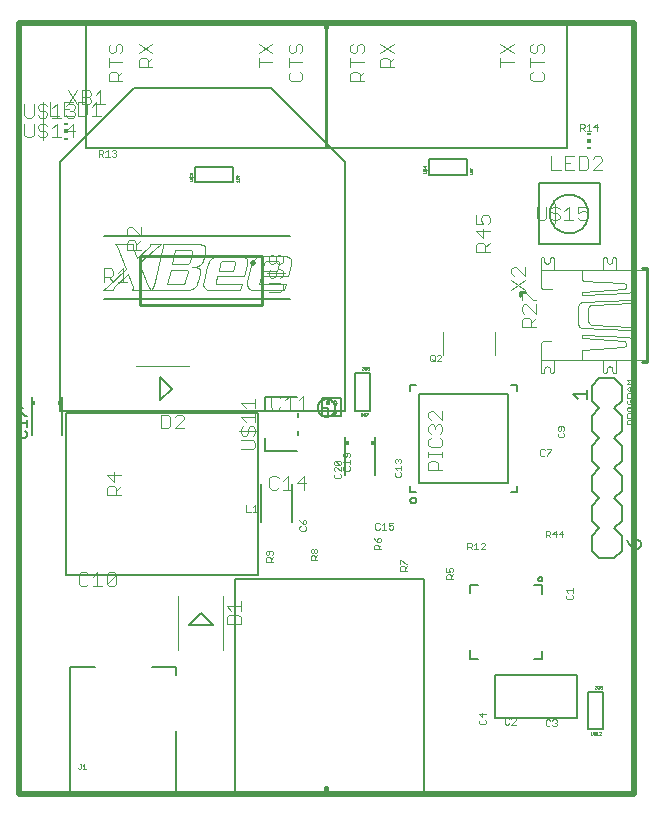
<source format=gto>
G75*
G70*
%OFA0B0*%
%FSLAX24Y24*%
%IPPOS*%
%LPD*%
%AMOC8*
5,1,8,0,0,1.08239X$1,22.5*
%
%ADD10C,0.0100*%
%ADD11C,0.0020*%
%ADD12C,0.0050*%
%ADD13C,0.0080*%
%ADD14C,0.0010*%
%ADD15C,0.0040*%
%ADD16C,0.0060*%
%ADD17R,0.0125X0.0126*%
%ADD18R,0.0125X0.0126*%
%ADD19C,0.0030*%
%ADD20C,0.0200*%
%ADD21C,0.0160*%
%ADD22R,0.0118X0.0059*%
%ADD23R,0.0118X0.0118*%
%ADD24C,0.0200*%
D10*
X004364Y017945D02*
X004364Y019579D01*
X008439Y019579D01*
X008439Y017945D01*
X004364Y017945D01*
X017041Y018252D02*
X017041Y018402D01*
X017201Y018402D01*
X021111Y019202D02*
X021281Y019202D01*
X021281Y016042D01*
X021101Y016042D01*
D11*
X020821Y015457D02*
X020601Y015457D01*
X020674Y015384D01*
X020601Y015311D01*
X020821Y015311D01*
X020821Y015236D02*
X020674Y015236D01*
X020601Y015163D01*
X020674Y015090D01*
X020821Y015090D01*
X020821Y015015D02*
X020748Y014942D01*
X020748Y014979D02*
X020748Y014869D01*
X020821Y014869D02*
X020601Y014869D01*
X020601Y014979D01*
X020638Y015015D01*
X020711Y015015D01*
X020748Y014979D01*
X020711Y015090D02*
X020711Y015236D01*
X020711Y014794D02*
X020711Y014721D01*
X020711Y014794D02*
X020785Y014794D01*
X020821Y014758D01*
X020821Y014684D01*
X020785Y014648D01*
X020638Y014648D01*
X020601Y014684D01*
X020601Y014758D01*
X020638Y014794D01*
X020638Y014573D02*
X020601Y014537D01*
X020601Y014463D01*
X020638Y014427D01*
X020785Y014427D01*
X020821Y014463D01*
X020821Y014537D01*
X020785Y014573D01*
X020638Y014573D01*
X020638Y014352D02*
X020711Y014352D01*
X020748Y014316D01*
X020748Y014206D01*
X020748Y014279D02*
X020821Y014352D01*
X020821Y014206D02*
X020601Y014206D01*
X020601Y014316D01*
X020638Y014352D01*
X020638Y014131D02*
X020711Y014131D01*
X020748Y014095D01*
X020748Y013985D01*
X020821Y013985D02*
X020601Y013985D01*
X020601Y014095D01*
X020638Y014131D01*
X018523Y013872D02*
X018523Y013798D01*
X018487Y013762D01*
X018487Y013687D02*
X018523Y013651D01*
X018523Y013577D01*
X018487Y013541D01*
X018340Y013541D01*
X018303Y013577D01*
X018303Y013651D01*
X018340Y013687D01*
X018340Y013762D02*
X018376Y013762D01*
X018413Y013798D01*
X018413Y013908D01*
X018340Y013908D02*
X018303Y013872D01*
X018303Y013798D01*
X018340Y013762D01*
X018340Y013908D02*
X018487Y013908D01*
X018523Y013872D01*
X018089Y013152D02*
X018089Y013115D01*
X017942Y012968D01*
X017942Y012932D01*
X017868Y012968D02*
X017831Y012932D01*
X017758Y012932D01*
X017721Y012968D01*
X017721Y013115D01*
X017758Y013152D01*
X017831Y013152D01*
X017868Y013115D01*
X017942Y013152D02*
X018089Y013152D01*
X018008Y010432D02*
X018045Y010395D01*
X018045Y010322D01*
X018008Y010285D01*
X017898Y010285D01*
X017898Y010212D02*
X017898Y010432D01*
X018008Y010432D01*
X017972Y010285D02*
X018045Y010212D01*
X018119Y010322D02*
X018229Y010432D01*
X018229Y010212D01*
X018266Y010322D02*
X018119Y010322D01*
X018340Y010322D02*
X018450Y010432D01*
X018450Y010212D01*
X018487Y010322D02*
X018340Y010322D01*
X018801Y008517D02*
X018801Y008371D01*
X018801Y008444D02*
X018581Y008444D01*
X018654Y008371D01*
X018618Y008296D02*
X018581Y008260D01*
X018581Y008186D01*
X018618Y008150D01*
X018765Y008150D01*
X018801Y008186D01*
X018801Y008260D01*
X018765Y008296D01*
X015877Y009812D02*
X015730Y009812D01*
X015877Y009958D01*
X015877Y009995D01*
X015840Y010032D01*
X015767Y010032D01*
X015730Y009995D01*
X015583Y010032D02*
X015583Y009812D01*
X015656Y009812D02*
X015509Y009812D01*
X015435Y009812D02*
X015362Y009885D01*
X015398Y009885D02*
X015288Y009885D01*
X015288Y009812D02*
X015288Y010032D01*
X015398Y010032D01*
X015435Y009995D01*
X015435Y009922D01*
X015398Y009885D01*
X015509Y009958D02*
X015583Y010032D01*
X014775Y009197D02*
X014811Y009161D01*
X014811Y009087D01*
X014775Y009051D01*
X014701Y009051D02*
X014664Y009124D01*
X014664Y009161D01*
X014701Y009197D01*
X014775Y009197D01*
X014701Y009051D02*
X014591Y009051D01*
X014591Y009197D01*
X014628Y008976D02*
X014701Y008976D01*
X014738Y008940D01*
X014738Y008830D01*
X014738Y008903D02*
X014811Y008976D01*
X014811Y008830D02*
X014591Y008830D01*
X014591Y008940D01*
X014628Y008976D01*
X013271Y009100D02*
X013051Y009100D01*
X013051Y009210D01*
X013088Y009246D01*
X013161Y009246D01*
X013198Y009210D01*
X013198Y009100D01*
X013198Y009173D02*
X013271Y009246D01*
X013271Y009321D02*
X013235Y009321D01*
X013088Y009467D01*
X013051Y009467D01*
X013051Y009321D01*
X012401Y009820D02*
X012181Y009820D01*
X012181Y009930D01*
X012218Y009966D01*
X012291Y009966D01*
X012328Y009930D01*
X012328Y009820D01*
X012328Y009893D02*
X012401Y009966D01*
X012365Y010041D02*
X012401Y010077D01*
X012401Y010151D01*
X012365Y010187D01*
X012328Y010187D01*
X012291Y010151D01*
X012291Y010041D01*
X012365Y010041D01*
X012291Y010041D02*
X012218Y010114D01*
X012181Y010187D01*
X012258Y010472D02*
X012331Y010472D01*
X012368Y010508D01*
X012442Y010472D02*
X012589Y010472D01*
X012516Y010472D02*
X012516Y010692D01*
X012442Y010618D01*
X012368Y010655D02*
X012331Y010692D01*
X012258Y010692D01*
X012221Y010655D01*
X012221Y010508D01*
X012258Y010472D01*
X012663Y010508D02*
X012700Y010472D01*
X012773Y010472D01*
X012810Y010508D01*
X012810Y010582D01*
X012773Y010618D01*
X012737Y010618D01*
X012663Y010582D01*
X012663Y010692D01*
X012810Y010692D01*
X012908Y012239D02*
X013055Y012239D01*
X013091Y012275D01*
X013091Y012349D01*
X013055Y012385D01*
X013091Y012460D02*
X013091Y012606D01*
X013091Y012533D02*
X012871Y012533D01*
X012944Y012460D01*
X012908Y012385D02*
X012871Y012349D01*
X012871Y012275D01*
X012908Y012239D01*
X012908Y012681D02*
X012871Y012717D01*
X012871Y012791D01*
X012908Y012827D01*
X012944Y012827D01*
X012981Y012791D01*
X013018Y012827D01*
X013055Y012827D01*
X013091Y012791D01*
X013091Y012717D01*
X013055Y012681D01*
X012981Y012754D02*
X012981Y012791D01*
X011371Y012806D02*
X011371Y012660D01*
X011371Y012733D02*
X011151Y012733D01*
X011224Y012660D01*
X011188Y012585D02*
X011151Y012549D01*
X011151Y012475D01*
X011188Y012439D01*
X011335Y012439D01*
X011371Y012475D01*
X011371Y012549D01*
X011335Y012585D01*
X011335Y012881D02*
X011371Y012917D01*
X011371Y012991D01*
X011335Y013027D01*
X011188Y013027D01*
X011151Y012991D01*
X011151Y012917D01*
X011188Y012881D01*
X011224Y012881D01*
X011261Y012917D01*
X011261Y013027D01*
X009875Y010807D02*
X009838Y010807D01*
X009801Y010771D01*
X009801Y010661D01*
X009875Y010661D01*
X009911Y010697D01*
X009911Y010771D01*
X009875Y010807D01*
X009801Y010661D02*
X009728Y010734D01*
X009691Y010807D01*
X009728Y010586D02*
X009691Y010550D01*
X009691Y010476D01*
X009728Y010440D01*
X009875Y010440D01*
X009911Y010476D01*
X009911Y010550D01*
X009875Y010586D01*
X010098Y009829D02*
X010134Y009829D01*
X010171Y009793D01*
X010171Y009719D01*
X010134Y009683D01*
X010098Y009683D01*
X010061Y009719D01*
X010061Y009793D01*
X010098Y009829D01*
X010171Y009793D02*
X010208Y009829D01*
X010245Y009829D01*
X010281Y009793D01*
X010281Y009719D01*
X010245Y009683D01*
X010208Y009683D01*
X010171Y009719D01*
X010171Y009608D02*
X010208Y009572D01*
X010208Y009462D01*
X010208Y009535D02*
X010281Y009608D01*
X010171Y009608D02*
X010098Y009608D01*
X010061Y009572D01*
X010061Y009462D01*
X010281Y009462D01*
X008801Y009400D02*
X008581Y009400D01*
X008581Y009510D01*
X008618Y009546D01*
X008691Y009546D01*
X008728Y009510D01*
X008728Y009400D01*
X008728Y009473D02*
X008801Y009546D01*
X008765Y009621D02*
X008801Y009657D01*
X008801Y009731D01*
X008765Y009767D01*
X008618Y009767D01*
X008581Y009731D01*
X008581Y009657D01*
X008618Y009621D01*
X008654Y009621D01*
X008691Y009657D01*
X008691Y009767D01*
X008282Y011065D02*
X008135Y011065D01*
X008209Y011065D02*
X008209Y011285D01*
X008135Y011211D01*
X008061Y011065D02*
X007914Y011065D01*
X007914Y011285D01*
X014049Y016118D02*
X014086Y016082D01*
X014159Y016082D01*
X014196Y016118D01*
X014196Y016265D01*
X014159Y016302D01*
X014086Y016302D01*
X014049Y016265D01*
X014049Y016118D01*
X014123Y016155D02*
X014196Y016082D01*
X014270Y016082D02*
X014417Y016228D01*
X014417Y016265D01*
X014380Y016302D01*
X014307Y016302D01*
X014270Y016265D01*
X014270Y016082D02*
X014417Y016082D01*
X019048Y023772D02*
X019048Y023992D01*
X019158Y023992D01*
X019195Y023955D01*
X019195Y023882D01*
X019158Y023845D01*
X019048Y023845D01*
X019122Y023845D02*
X019195Y023772D01*
X019269Y023772D02*
X019416Y023772D01*
X019343Y023772D02*
X019343Y023992D01*
X019269Y023918D01*
X019490Y023882D02*
X019600Y023992D01*
X019600Y023772D01*
X019637Y023882D02*
X019490Y023882D01*
X015791Y004357D02*
X015791Y004211D01*
X015681Y004321D01*
X015901Y004321D01*
X015865Y004136D02*
X015901Y004100D01*
X015901Y004026D01*
X015865Y003990D01*
X015718Y003990D01*
X015681Y004026D01*
X015681Y004100D01*
X015718Y004136D01*
X016531Y004155D02*
X016531Y004008D01*
X016568Y003972D01*
X016641Y003972D01*
X016678Y004008D01*
X016752Y003972D02*
X016899Y004118D01*
X016899Y004155D01*
X016862Y004192D01*
X016789Y004192D01*
X016752Y004155D01*
X016678Y004155D02*
X016641Y004192D01*
X016568Y004192D01*
X016531Y004155D01*
X016752Y003972D02*
X016899Y003972D01*
X017899Y003958D02*
X017936Y003922D01*
X018009Y003922D01*
X018046Y003958D01*
X018120Y003958D02*
X018157Y003922D01*
X018230Y003922D01*
X018267Y003958D01*
X018267Y003995D01*
X018230Y004032D01*
X018194Y004032D01*
X018230Y004032D02*
X018267Y004068D01*
X018267Y004105D01*
X018230Y004142D01*
X018157Y004142D01*
X018120Y004105D01*
X018046Y004105D02*
X018009Y004142D01*
X017936Y004142D01*
X017899Y004105D01*
X017899Y003958D01*
X003553Y022902D02*
X003480Y022902D01*
X003443Y022938D01*
X003369Y022902D02*
X003222Y022902D01*
X003296Y022902D02*
X003296Y023122D01*
X003222Y023048D01*
X003148Y023012D02*
X003111Y022975D01*
X003001Y022975D01*
X003001Y022902D02*
X003001Y023122D01*
X003111Y023122D01*
X003148Y023085D01*
X003148Y023012D01*
X003075Y022975D02*
X003148Y022902D01*
X003443Y023085D02*
X003480Y023122D01*
X003553Y023122D01*
X003590Y023085D01*
X003590Y023048D01*
X003553Y023012D01*
X003590Y022975D01*
X003590Y022938D01*
X003553Y022902D01*
X003553Y023012D02*
X003517Y023012D01*
D12*
X002561Y023192D02*
X002561Y027392D01*
X010561Y027392D01*
X010561Y023192D01*
X002561Y023192D01*
X006209Y022565D02*
X006209Y022054D01*
X007469Y022054D01*
X007469Y022565D01*
X006209Y022565D01*
X010621Y023192D02*
X010621Y027392D01*
X018621Y027392D01*
X018621Y023192D01*
X010621Y023192D01*
X013999Y022815D02*
X013999Y022304D01*
X015259Y022304D01*
X015259Y022815D01*
X013999Y022815D01*
X017675Y022038D02*
X017675Y019991D01*
X019703Y019991D01*
X019703Y022038D01*
X017675Y022038D01*
X018036Y020994D02*
X018038Y021044D01*
X018044Y021095D01*
X018054Y021144D01*
X018067Y021193D01*
X018085Y021240D01*
X018106Y021286D01*
X018131Y021330D01*
X018159Y021372D01*
X018190Y021412D01*
X018224Y021449D01*
X018261Y021483D01*
X018301Y021514D01*
X018343Y021542D01*
X018387Y021567D01*
X018433Y021588D01*
X018480Y021606D01*
X018529Y021619D01*
X018578Y021629D01*
X018629Y021635D01*
X018679Y021637D01*
X018729Y021635D01*
X018780Y021629D01*
X018829Y021619D01*
X018878Y021606D01*
X018925Y021588D01*
X018971Y021567D01*
X019015Y021542D01*
X019057Y021514D01*
X019097Y021483D01*
X019134Y021449D01*
X019168Y021412D01*
X019199Y021372D01*
X019227Y021330D01*
X019252Y021286D01*
X019273Y021240D01*
X019291Y021193D01*
X019304Y021144D01*
X019314Y021095D01*
X019320Y021044D01*
X019322Y020994D01*
X019320Y020944D01*
X019314Y020893D01*
X019304Y020844D01*
X019291Y020795D01*
X019273Y020748D01*
X019252Y020702D01*
X019227Y020658D01*
X019199Y020616D01*
X019168Y020576D01*
X019134Y020539D01*
X019097Y020505D01*
X019057Y020474D01*
X019015Y020446D01*
X018971Y020421D01*
X018925Y020400D01*
X018878Y020382D01*
X018829Y020369D01*
X018780Y020359D01*
X018729Y020353D01*
X018679Y020351D01*
X018629Y020353D01*
X018578Y020359D01*
X018529Y020369D01*
X018480Y020382D01*
X018433Y020400D01*
X018387Y020421D01*
X018343Y020446D01*
X018301Y020474D01*
X018261Y020505D01*
X018224Y020539D01*
X018190Y020576D01*
X018159Y020616D01*
X018131Y020658D01*
X018106Y020702D01*
X018085Y020748D01*
X018067Y020795D01*
X018054Y020844D01*
X018044Y020893D01*
X018038Y020944D01*
X018036Y020994D01*
X016931Y015280D02*
X016734Y015280D01*
X016931Y015280D02*
X016931Y015083D01*
X016636Y014984D02*
X016636Y012032D01*
X013683Y012032D01*
X013683Y014984D01*
X016636Y014984D01*
X018816Y014986D02*
X019266Y014986D01*
X019266Y014836D02*
X019266Y015136D01*
X018966Y014836D02*
X018816Y014986D01*
X020691Y014522D02*
X020841Y014522D01*
X020916Y010136D02*
X020841Y010061D01*
X020841Y009836D01*
X020991Y009836D01*
X021066Y009911D01*
X021066Y010061D01*
X020991Y010136D01*
X020916Y010136D01*
X020691Y009986D02*
X020841Y009836D01*
X020691Y009986D02*
X020616Y010136D01*
X020841Y008872D02*
X020841Y007872D01*
X018956Y005612D02*
X016200Y005612D01*
X016200Y004195D01*
X018956Y004195D01*
X018956Y005612D01*
X019297Y005069D02*
X019297Y003809D01*
X019809Y003809D01*
X019809Y005069D01*
X019297Y005069D01*
X017776Y006168D02*
X017776Y006424D01*
X017776Y006168D02*
X017501Y006168D01*
X016240Y005612D02*
X016200Y005612D01*
X015631Y006168D02*
X015375Y006168D01*
X015375Y006443D01*
X015375Y008353D02*
X015375Y008609D01*
X015650Y008609D01*
X013851Y008829D02*
X007551Y008829D01*
X007551Y001649D01*
X013851Y001649D01*
X013851Y008829D01*
X013851Y008830D02*
X007551Y008830D01*
X007551Y008829D02*
X007551Y001859D01*
X007581Y001649D02*
X013851Y001649D01*
X017776Y008333D02*
X017776Y008609D01*
X017520Y008609D01*
X017646Y008825D02*
X017648Y008841D01*
X017654Y008857D01*
X017663Y008871D01*
X017675Y008882D01*
X017689Y008890D01*
X017705Y008895D01*
X017721Y008896D01*
X017737Y008893D01*
X017752Y008886D01*
X017766Y008877D01*
X017776Y008864D01*
X017784Y008849D01*
X017788Y008833D01*
X017788Y008817D01*
X017784Y008801D01*
X017776Y008786D01*
X017766Y008773D01*
X017753Y008764D01*
X017737Y008757D01*
X017721Y008754D01*
X017705Y008755D01*
X017689Y008760D01*
X017675Y008768D01*
X017663Y008779D01*
X017654Y008793D01*
X017648Y008809D01*
X017646Y008825D01*
X016931Y011736D02*
X016734Y011736D01*
X016931Y011736D02*
X016931Y011933D01*
X013585Y011736D02*
X013388Y011736D01*
X013388Y011933D01*
X013388Y011441D02*
X013390Y011460D01*
X013395Y011479D01*
X013405Y011495D01*
X013417Y011510D01*
X013432Y011522D01*
X013448Y011532D01*
X013467Y011537D01*
X013486Y011539D01*
X013505Y011537D01*
X013524Y011532D01*
X013540Y011522D01*
X013555Y011510D01*
X013567Y011495D01*
X013577Y011479D01*
X013582Y011460D01*
X013584Y011441D01*
X013582Y011422D01*
X013577Y011403D01*
X013567Y011387D01*
X013555Y011372D01*
X013540Y011360D01*
X013524Y011350D01*
X013505Y011345D01*
X013486Y011343D01*
X013467Y011345D01*
X013448Y011350D01*
X013432Y011360D01*
X013417Y011372D01*
X013405Y011387D01*
X013395Y011403D01*
X013390Y011422D01*
X013388Y011441D01*
X012039Y014439D02*
X011527Y014439D01*
X011527Y015699D01*
X012039Y015699D01*
X012039Y014439D01*
X011081Y014251D02*
X010648Y014251D01*
X010648Y014527D01*
X010451Y014527D01*
X010451Y014842D01*
X011081Y014842D01*
X011081Y014251D01*
X011042Y014251D02*
X010648Y014251D01*
X010451Y014251D01*
X010451Y014527D01*
X010299Y014522D02*
X010301Y014556D01*
X010307Y014589D01*
X010317Y014622D01*
X010330Y014653D01*
X010347Y014682D01*
X010367Y014710D01*
X010391Y014734D01*
X010417Y014756D01*
X010445Y014775D01*
X010475Y014790D01*
X010507Y014802D01*
X010540Y014810D01*
X010574Y014814D01*
X010608Y014814D01*
X010642Y014810D01*
X010675Y014802D01*
X010707Y014790D01*
X010737Y014775D01*
X010765Y014756D01*
X010791Y014734D01*
X010815Y014710D01*
X010835Y014682D01*
X010852Y014653D01*
X010865Y014622D01*
X010875Y014589D01*
X010881Y014556D01*
X010883Y014522D01*
X010881Y014488D01*
X010875Y014455D01*
X010865Y014422D01*
X010852Y014391D01*
X010835Y014362D01*
X010815Y014334D01*
X010791Y014310D01*
X010765Y014288D01*
X010737Y014269D01*
X010707Y014254D01*
X010675Y014242D01*
X010642Y014234D01*
X010608Y014230D01*
X010574Y014230D01*
X010540Y014234D01*
X010507Y014242D01*
X010475Y014254D01*
X010445Y014269D01*
X010417Y014288D01*
X010391Y014310D01*
X010367Y014334D01*
X010347Y014362D01*
X010330Y014391D01*
X010317Y014422D01*
X010307Y014455D01*
X010301Y014488D01*
X010299Y014522D01*
X010617Y014641D02*
X010617Y014759D01*
X010676Y014759D01*
X010687Y014747D01*
X010687Y014712D01*
X010664Y014688D01*
X010687Y014664D01*
X010687Y014641D01*
X010829Y014664D02*
X010829Y014735D01*
X010853Y014759D01*
X010912Y014759D01*
X010924Y014676D02*
X010947Y014676D01*
X010924Y014676D02*
X010900Y014676D01*
X010924Y014676D02*
X010924Y014629D01*
X010888Y014641D02*
X010924Y014676D01*
X010888Y014641D02*
X010853Y014641D01*
X010829Y014664D01*
X010853Y014464D02*
X010900Y014464D01*
X010924Y014440D01*
X010865Y014381D01*
X010900Y014381D01*
X010924Y014357D01*
X010924Y014346D01*
X010888Y014310D01*
X010853Y014310D01*
X010853Y014464D01*
X008321Y014342D02*
X001921Y014342D01*
X001921Y008942D01*
X008321Y008942D01*
X008321Y014342D01*
X013388Y015083D02*
X013388Y015280D01*
X013585Y015280D01*
X000491Y014522D02*
X000391Y014522D01*
X000341Y008372D02*
X000341Y007872D01*
D13*
X002044Y005895D02*
X002870Y005895D01*
X002044Y005895D02*
X002044Y001683D01*
X005587Y001683D01*
X005587Y003769D01*
X005587Y005620D02*
X005587Y005895D01*
X004760Y005895D01*
X006008Y007286D02*
X006795Y007286D01*
X006401Y007688D01*
X006008Y007286D01*
X008419Y010722D02*
X008419Y011981D01*
X009443Y011981D02*
X009443Y010722D01*
X011201Y012297D02*
X011201Y013547D01*
X011225Y014417D02*
X001697Y014417D01*
X001697Y022714D01*
X004188Y025204D01*
X008735Y025204D01*
X011225Y022714D01*
X011225Y014417D01*
X012201Y013547D02*
X012201Y012297D01*
X005448Y015172D02*
X005045Y015565D01*
X005045Y014778D01*
X005448Y015172D01*
X001761Y014877D02*
X001761Y013627D01*
X000761Y013627D02*
X000761Y014877D01*
D14*
X006035Y022098D02*
X006110Y022098D01*
X006125Y022113D01*
X006125Y022143D01*
X006110Y022158D01*
X006035Y022158D01*
X006050Y022190D02*
X006035Y022205D01*
X006035Y022235D01*
X006050Y022250D01*
X006050Y022282D02*
X006035Y022297D01*
X006035Y022327D01*
X006050Y022342D01*
X006065Y022342D01*
X006080Y022327D01*
X006095Y022342D01*
X006110Y022342D01*
X006125Y022327D01*
X006125Y022297D01*
X006110Y022282D01*
X006110Y022250D02*
X006095Y022250D01*
X006080Y022235D01*
X006080Y022205D01*
X006065Y022190D01*
X006050Y022190D01*
X006020Y022220D02*
X006140Y022220D01*
X006125Y022205D02*
X006125Y022235D01*
X006110Y022250D01*
X006125Y022205D02*
X006110Y022190D01*
X006080Y022312D02*
X006080Y022327D01*
X007570Y022243D02*
X007660Y022243D01*
X007630Y022243D02*
X007600Y022288D01*
X007630Y022243D02*
X007660Y022288D01*
X007645Y022211D02*
X007660Y022196D01*
X007660Y022166D01*
X007645Y022151D01*
X007585Y022211D01*
X007645Y022211D01*
X007585Y022211D02*
X007570Y022196D01*
X007570Y022166D01*
X007585Y022151D01*
X007645Y022151D01*
X007660Y022119D02*
X007660Y022059D01*
X007660Y022089D02*
X007570Y022089D01*
X007600Y022059D01*
X011783Y015891D02*
X011813Y015891D01*
X011828Y015876D01*
X011828Y015861D01*
X011813Y015846D01*
X011828Y015831D01*
X011828Y015816D01*
X011813Y015801D01*
X011783Y015801D01*
X011768Y015816D01*
X011798Y015846D02*
X011813Y015846D01*
X011768Y015876D02*
X011783Y015891D01*
X011860Y015876D02*
X011875Y015891D01*
X011905Y015891D01*
X011920Y015876D01*
X011920Y015861D01*
X011905Y015846D01*
X011920Y015831D01*
X011920Y015816D01*
X011905Y015801D01*
X011875Y015801D01*
X011860Y015816D01*
X011890Y015846D02*
X011905Y015846D01*
X011952Y015876D02*
X011967Y015891D01*
X011997Y015891D01*
X012012Y015876D01*
X011952Y015816D01*
X011967Y015801D01*
X011997Y015801D01*
X012012Y015816D01*
X012012Y015876D01*
X011952Y015876D02*
X011952Y015816D01*
X011851Y014370D02*
X011851Y014250D01*
X011866Y014265D02*
X011881Y014280D01*
X011881Y014295D01*
X011866Y014310D01*
X011836Y014310D01*
X011821Y014325D01*
X011821Y014340D01*
X011836Y014355D01*
X011866Y014355D01*
X011881Y014340D01*
X011913Y014355D02*
X011973Y014355D01*
X011973Y014340D01*
X011913Y014280D01*
X011913Y014265D01*
X011866Y014265D02*
X011836Y014265D01*
X011821Y014280D01*
X011789Y014280D02*
X011789Y014355D01*
X011729Y014355D02*
X011729Y014280D01*
X011744Y014265D01*
X011774Y014265D01*
X011789Y014280D01*
X013825Y022348D02*
X013900Y022348D01*
X013915Y022363D01*
X013915Y022393D01*
X013900Y022408D01*
X013825Y022408D01*
X013840Y022440D02*
X013825Y022455D01*
X013825Y022485D01*
X013840Y022500D01*
X013870Y022485D02*
X013870Y022455D01*
X013855Y022440D01*
X013840Y022440D01*
X013810Y022470D02*
X013930Y022470D01*
X013915Y022485D02*
X013900Y022500D01*
X013885Y022500D01*
X013870Y022485D01*
X013915Y022485D02*
X013915Y022455D01*
X013900Y022440D01*
X013870Y022532D02*
X013870Y022592D01*
X013915Y022577D02*
X013825Y022577D01*
X013870Y022532D01*
X015360Y022493D02*
X015450Y022493D01*
X015420Y022493D02*
X015390Y022538D01*
X015420Y022493D02*
X015450Y022538D01*
X015435Y022461D02*
X015450Y022446D01*
X015450Y022416D01*
X015435Y022401D01*
X015375Y022461D01*
X015435Y022461D01*
X015375Y022461D02*
X015360Y022446D01*
X015360Y022416D01*
X015375Y022401D01*
X015435Y022401D01*
X015450Y022369D02*
X015450Y022309D01*
X015450Y022339D02*
X015360Y022339D01*
X015390Y022309D01*
X019553Y005261D02*
X019583Y005261D01*
X019598Y005246D01*
X019598Y005231D01*
X019583Y005216D01*
X019598Y005201D01*
X019598Y005186D01*
X019583Y005171D01*
X019553Y005171D01*
X019538Y005186D01*
X019568Y005216D02*
X019583Y005216D01*
X019538Y005246D02*
X019553Y005261D01*
X019630Y005246D02*
X019645Y005261D01*
X019675Y005261D01*
X019690Y005246D01*
X019690Y005231D01*
X019675Y005216D01*
X019690Y005201D01*
X019690Y005186D01*
X019675Y005171D01*
X019645Y005171D01*
X019630Y005186D01*
X019660Y005216D02*
X019675Y005216D01*
X019722Y005246D02*
X019737Y005261D01*
X019767Y005261D01*
X019782Y005246D01*
X019722Y005186D01*
X019737Y005171D01*
X019767Y005171D01*
X019782Y005186D01*
X019782Y005246D01*
X019722Y005246D02*
X019722Y005186D01*
X019529Y003740D02*
X019529Y003620D01*
X019544Y003635D02*
X019559Y003650D01*
X019559Y003665D01*
X019544Y003680D01*
X019514Y003680D01*
X019499Y003695D01*
X019499Y003710D01*
X019514Y003725D01*
X019544Y003725D01*
X019559Y003710D01*
X019591Y003695D02*
X019621Y003725D01*
X019621Y003635D01*
X019591Y003635D02*
X019651Y003635D01*
X019683Y003635D02*
X019743Y003695D01*
X019743Y003710D01*
X019728Y003725D01*
X019698Y003725D01*
X019683Y003710D01*
X019683Y003635D02*
X019743Y003635D01*
X019544Y003635D02*
X019514Y003635D01*
X019499Y003650D01*
X019467Y003650D02*
X019467Y003725D01*
X019407Y003725D02*
X019407Y003650D01*
X019422Y003635D01*
X019452Y003635D01*
X019467Y003650D01*
X002568Y002507D02*
X002468Y002507D01*
X002518Y002507D02*
X002518Y002657D01*
X002468Y002607D01*
X002420Y002657D02*
X002370Y002657D01*
X002395Y002657D02*
X002395Y002532D01*
X002370Y002507D01*
X002345Y002507D01*
X002320Y002532D01*
D15*
X005651Y006472D02*
X005651Y008252D01*
X007151Y008252D02*
X007151Y006472D01*
X007271Y007311D02*
X007271Y007541D01*
X007348Y007618D01*
X007655Y007618D01*
X007731Y007541D01*
X007731Y007311D01*
X007271Y007311D01*
X007424Y007771D02*
X007271Y007925D01*
X007731Y007925D01*
X007731Y008078D02*
X007731Y007771D01*
X008765Y011798D02*
X008918Y011798D01*
X008995Y011875D01*
X009148Y011798D02*
X009455Y011798D01*
X009302Y011798D02*
X009302Y012258D01*
X009148Y012105D01*
X008995Y012181D02*
X008918Y012258D01*
X008765Y012258D01*
X008688Y012181D01*
X008688Y011875D01*
X008765Y011798D01*
X009609Y012028D02*
X009915Y012028D01*
X009839Y011798D02*
X009839Y012258D01*
X009609Y012028D01*
X008205Y013220D02*
X008205Y013374D01*
X008128Y013450D01*
X007744Y013450D01*
X007821Y013604D02*
X007744Y013681D01*
X007744Y013834D01*
X007821Y013911D01*
X007898Y014064D02*
X007744Y014218D01*
X008205Y014218D01*
X008205Y014371D02*
X008205Y014064D01*
X008128Y013911D02*
X008205Y013834D01*
X008205Y013681D01*
X008128Y013604D01*
X007975Y013681D02*
X007898Y013604D01*
X007821Y013604D01*
X007975Y013681D02*
X007975Y013834D01*
X008051Y013911D01*
X008128Y013911D01*
X008281Y013757D02*
X007668Y013757D01*
X007744Y013143D02*
X008128Y013143D01*
X008205Y013220D01*
X008205Y014525D02*
X008205Y014831D01*
X008205Y014678D02*
X007744Y014678D01*
X007898Y014525D01*
X008748Y014545D02*
X008825Y014468D01*
X008978Y014468D01*
X009055Y014545D01*
X009208Y014468D02*
X009515Y014468D01*
X009362Y014468D02*
X009362Y014928D01*
X009208Y014775D01*
X009055Y014851D02*
X008978Y014928D01*
X008825Y014928D01*
X008748Y014851D01*
X008748Y014545D01*
X009669Y014468D02*
X009975Y014468D01*
X009822Y014468D02*
X009822Y014928D01*
X009669Y014775D01*
X009055Y018400D02*
X008671Y018400D01*
X008671Y018707D02*
X009055Y018707D01*
X009131Y018631D01*
X009131Y018477D01*
X009055Y018400D01*
X009164Y018468D02*
X009241Y018655D01*
X009169Y018644D01*
X008380Y018644D01*
X008358Y018660D01*
X008353Y018698D01*
X008364Y018731D01*
X008407Y018918D01*
X009306Y018918D01*
X009400Y019296D01*
X009400Y019488D01*
X009378Y019510D01*
X009306Y019565D01*
X009246Y019587D01*
X008385Y019587D01*
X008353Y019581D01*
X008287Y019559D01*
X008199Y019504D01*
X008150Y019433D01*
X008084Y019301D01*
X008068Y019241D01*
X007958Y018753D01*
X007947Y018666D01*
X007947Y018611D01*
X007963Y018550D01*
X007991Y018512D01*
X008035Y018479D01*
X008078Y018468D01*
X009164Y018468D01*
X009055Y018861D02*
X009131Y018937D01*
X009131Y019091D01*
X009055Y019168D01*
X008978Y019168D01*
X008901Y019091D01*
X008901Y018937D01*
X008824Y018861D01*
X008748Y018861D01*
X008671Y018937D01*
X008671Y019091D01*
X008748Y019168D01*
X008748Y019321D02*
X008824Y019321D01*
X008901Y019398D01*
X008901Y019551D01*
X008978Y019628D01*
X009055Y019628D01*
X009131Y019551D01*
X009131Y019398D01*
X009055Y019321D01*
X008978Y019321D01*
X008901Y019398D01*
X008956Y019417D02*
X008978Y019411D01*
X008994Y019395D01*
X008994Y019323D01*
X008934Y019088D01*
X008462Y019088D01*
X008457Y019093D01*
X008495Y019318D01*
X008512Y019362D01*
X008534Y019400D01*
X008566Y019417D01*
X008956Y019417D01*
X008901Y019551D02*
X008824Y019628D01*
X008748Y019628D01*
X008671Y019551D01*
X008671Y019398D01*
X008748Y019321D01*
X008594Y019014D02*
X009208Y019014D01*
X007941Y019296D02*
X007848Y018918D01*
X006949Y018918D01*
X006905Y018731D01*
X006894Y018698D01*
X006900Y018660D01*
X006922Y018644D01*
X007711Y018644D01*
X007782Y018655D01*
X007706Y018468D01*
X006620Y018468D01*
X006576Y018479D01*
X006532Y018512D01*
X006505Y018550D01*
X006489Y018611D01*
X006489Y018666D01*
X006500Y018753D01*
X006609Y019241D01*
X006626Y019301D01*
X006691Y019433D01*
X006741Y019504D01*
X006829Y019559D01*
X006894Y019581D01*
X006927Y019587D01*
X007788Y019587D01*
X007848Y019565D01*
X007920Y019510D01*
X007941Y019488D01*
X007941Y019296D01*
X007536Y019323D02*
X007475Y019088D01*
X007004Y019088D01*
X006999Y019093D01*
X007037Y019318D01*
X007053Y019362D01*
X007075Y019400D01*
X007108Y019417D01*
X007497Y019417D01*
X007519Y019411D01*
X007536Y019395D01*
X007536Y019323D01*
X006532Y019691D02*
X006467Y019417D01*
X006445Y019362D01*
X006363Y019280D01*
X006297Y019252D01*
X006209Y019230D01*
X006099Y019230D01*
X006258Y019208D01*
X006374Y019154D01*
X006379Y019143D01*
X006379Y018994D01*
X006319Y018753D01*
X006280Y018693D01*
X006269Y018627D01*
X006187Y018534D01*
X006121Y018501D01*
X006017Y018468D01*
X004115Y018468D01*
X004148Y018529D01*
X004148Y018567D01*
X003972Y019000D01*
X003517Y018556D01*
X003468Y018468D01*
X003144Y018468D01*
X003281Y018567D01*
X003917Y019164D01*
X003605Y019926D01*
X003545Y019987D01*
X004148Y019987D01*
X004148Y019954D01*
X004131Y019921D01*
X004148Y019894D01*
X004148Y019866D01*
X004285Y019521D01*
X004674Y019905D01*
X004696Y019932D01*
X004712Y019965D01*
X004718Y019987D01*
X005063Y019987D01*
X004992Y019937D01*
X004937Y019899D01*
X004860Y019833D01*
X004345Y019351D01*
X004652Y018594D01*
X004740Y018474D01*
X004756Y018474D01*
X004789Y018507D01*
X004833Y018638D01*
X004899Y018885D01*
X004976Y019197D01*
X005118Y019778D01*
X005140Y019877D01*
X005140Y019987D01*
X006384Y019987D01*
X006450Y019970D01*
X006494Y019943D01*
X006527Y019883D01*
X006549Y019828D01*
X006549Y019735D01*
X006532Y019691D01*
X006116Y019685D02*
X006039Y019395D01*
X006023Y019356D01*
X005990Y019334D01*
X005442Y019334D01*
X005557Y019800D01*
X006061Y019800D01*
X006110Y019773D01*
X006116Y019685D01*
X005902Y019137D02*
X005946Y019121D01*
X005973Y019082D01*
X005973Y019066D01*
X005891Y018742D01*
X005869Y018709D01*
X005831Y018666D01*
X005809Y018655D01*
X005277Y018655D01*
X005403Y019137D01*
X005902Y019137D01*
X004401Y019801D02*
X003941Y019801D01*
X003941Y020031D01*
X004018Y020108D01*
X004171Y020108D01*
X004248Y020031D01*
X004248Y019801D01*
X004248Y019954D02*
X004401Y020108D01*
X004401Y020261D02*
X004094Y020568D01*
X004018Y020568D01*
X003941Y020491D01*
X003941Y020338D01*
X004018Y020261D01*
X004401Y020261D02*
X004401Y020568D01*
X003795Y019182D02*
X003795Y018722D01*
X003642Y018722D02*
X003949Y018722D01*
X003642Y019028D02*
X003795Y019182D01*
X003488Y019105D02*
X003488Y018952D01*
X003411Y018875D01*
X003181Y018875D01*
X003181Y018722D02*
X003181Y019182D01*
X003411Y019182D01*
X003488Y019105D01*
X003335Y018875D02*
X003488Y018722D01*
X004231Y015922D02*
X006011Y015922D01*
X006011Y014422D02*
X004231Y014422D01*
X005071Y014302D02*
X005071Y013842D01*
X005301Y013842D01*
X005377Y013918D01*
X005377Y014225D01*
X005301Y014302D01*
X005071Y014302D01*
X005531Y014225D02*
X005608Y014302D01*
X005761Y014302D01*
X005838Y014225D01*
X005838Y014148D01*
X005531Y013842D01*
X005838Y013842D01*
X003741Y012301D02*
X003281Y012301D01*
X003511Y012071D01*
X003511Y012378D01*
X003511Y011918D02*
X003358Y011918D01*
X003281Y011841D01*
X003281Y011611D01*
X003741Y011611D01*
X003588Y011611D02*
X003588Y011841D01*
X003511Y011918D01*
X003588Y011764D02*
X003741Y011918D01*
X003495Y009047D02*
X003342Y009047D01*
X003265Y008971D01*
X003265Y008664D01*
X003572Y008971D01*
X003572Y008664D01*
X003495Y008587D01*
X003342Y008587D01*
X003265Y008664D01*
X003111Y008587D02*
X002805Y008587D01*
X002958Y008587D02*
X002958Y009047D01*
X002805Y008894D01*
X002651Y008971D02*
X002574Y009047D01*
X002421Y009047D01*
X002344Y008971D01*
X002344Y008664D01*
X002421Y008587D01*
X002574Y008587D01*
X002651Y008664D01*
X003495Y009047D02*
X003572Y008971D01*
X013990Y012445D02*
X013990Y012675D01*
X014067Y012752D01*
X014220Y012752D01*
X014297Y012675D01*
X014297Y012445D01*
X014451Y012445D02*
X013990Y012445D01*
X013990Y012906D02*
X013990Y013059D01*
X013990Y012982D02*
X014451Y012982D01*
X014451Y012906D02*
X014451Y013059D01*
X014374Y013213D02*
X014451Y013289D01*
X014451Y013443D01*
X014374Y013519D01*
X014374Y013673D02*
X014451Y013750D01*
X014451Y013903D01*
X014374Y013980D01*
X014297Y013980D01*
X014220Y013903D01*
X014220Y013826D01*
X014220Y013903D02*
X014144Y013980D01*
X014067Y013980D01*
X013990Y013903D01*
X013990Y013750D01*
X014067Y013673D01*
X014067Y013519D02*
X013990Y013443D01*
X013990Y013289D01*
X014067Y013213D01*
X014374Y013213D01*
X014451Y014133D02*
X014144Y014440D01*
X014067Y014440D01*
X013990Y014363D01*
X013990Y014210D01*
X014067Y014133D01*
X014451Y014133D02*
X014451Y014440D01*
X014475Y016298D02*
X014475Y017046D01*
X016207Y017046D02*
X016207Y016298D01*
X017101Y017210D02*
X017101Y017441D01*
X017178Y017517D01*
X017331Y017517D01*
X017408Y017441D01*
X017408Y017210D01*
X017561Y017210D02*
X017101Y017210D01*
X017408Y017364D02*
X017561Y017517D01*
X017561Y017671D02*
X017254Y017978D01*
X017178Y017978D01*
X017101Y017901D01*
X017101Y017747D01*
X017178Y017671D01*
X017101Y018131D02*
X017101Y018438D01*
X017178Y018438D01*
X017485Y018131D01*
X017561Y018131D01*
X017561Y017978D02*
X017561Y017671D01*
X017211Y018471D02*
X016751Y018778D01*
X016828Y018931D02*
X016751Y019008D01*
X016751Y019161D01*
X016828Y019238D01*
X016904Y019238D01*
X017211Y018931D01*
X017211Y019238D01*
X017211Y018778D02*
X016751Y018471D01*
X017727Y018618D02*
X017727Y019120D01*
X017727Y019490D01*
X017726Y019490D02*
X017727Y019503D01*
X017732Y019516D01*
X017739Y019528D01*
X017749Y019538D01*
X017761Y019545D01*
X017774Y019550D01*
X017787Y019551D01*
X017788Y019551D02*
X017788Y019551D01*
X017788Y019550D02*
X017803Y019548D01*
X017817Y019543D01*
X017829Y019536D01*
X017840Y019525D01*
X017847Y019513D01*
X017852Y019499D01*
X017854Y019484D01*
X017854Y019424D01*
X017856Y019407D01*
X017861Y019390D01*
X017869Y019375D01*
X017880Y019362D01*
X017893Y019351D01*
X017908Y019343D01*
X017925Y019338D01*
X017942Y019336D01*
X017942Y019335D02*
X017953Y019335D01*
X017953Y019336D02*
X017970Y019338D01*
X017987Y019343D01*
X018002Y019351D01*
X018015Y019362D01*
X018026Y019375D01*
X018034Y019390D01*
X018039Y019407D01*
X018041Y019424D01*
X018041Y019490D01*
X018043Y019504D01*
X018047Y019516D01*
X018054Y019528D01*
X018064Y019538D01*
X018076Y019545D01*
X018088Y019549D01*
X018102Y019551D01*
X018102Y019550D02*
X018117Y019548D01*
X018131Y019543D01*
X018143Y019536D01*
X018154Y019525D01*
X018161Y019513D01*
X018166Y019499D01*
X018168Y019484D01*
X018168Y019142D01*
X017727Y019120D02*
X019808Y019120D01*
X019808Y019490D01*
X019809Y019503D01*
X019814Y019516D01*
X019821Y019527D01*
X019831Y019537D01*
X019842Y019544D01*
X019855Y019549D01*
X019868Y019550D01*
X019868Y019551D02*
X019868Y019551D01*
X019868Y019550D02*
X019883Y019548D01*
X019897Y019543D01*
X019909Y019536D01*
X019920Y019525D01*
X019927Y019513D01*
X019932Y019499D01*
X019934Y019484D01*
X019935Y019484D02*
X019935Y019424D01*
X019937Y019407D01*
X019942Y019390D01*
X019950Y019375D01*
X019961Y019362D01*
X019974Y019351D01*
X019989Y019343D01*
X020006Y019338D01*
X020023Y019336D01*
X020023Y019335D02*
X020034Y019335D01*
X020034Y019336D02*
X020051Y019338D01*
X020068Y019343D01*
X020083Y019351D01*
X020096Y019362D01*
X020107Y019375D01*
X020115Y019390D01*
X020120Y019407D01*
X020122Y019424D01*
X020122Y019490D01*
X020124Y019504D01*
X020128Y019516D01*
X020135Y019528D01*
X020145Y019538D01*
X020157Y019545D01*
X020169Y019549D01*
X020183Y019551D01*
X020183Y019550D02*
X020198Y019548D01*
X020212Y019543D01*
X020224Y019536D01*
X020235Y019525D01*
X020242Y019513D01*
X020247Y019499D01*
X020249Y019484D01*
X020249Y019142D01*
X019808Y019120D02*
X021232Y019120D01*
X021232Y016123D01*
X017727Y016123D01*
X017727Y016620D01*
X017729Y016642D01*
X017734Y016664D01*
X017743Y016685D01*
X017754Y016704D01*
X017769Y016721D01*
X017786Y016736D01*
X017805Y016747D01*
X017826Y016756D01*
X017848Y016761D01*
X017870Y016763D01*
X018080Y016763D01*
X018168Y016123D02*
X018168Y015753D01*
X018169Y015753D02*
X018167Y015740D01*
X018163Y015727D01*
X018156Y015715D01*
X018146Y015705D01*
X018134Y015698D01*
X018121Y015693D01*
X018108Y015692D01*
X018108Y015693D02*
X018108Y015693D01*
X018093Y015695D01*
X018079Y015700D01*
X018067Y015707D01*
X018056Y015718D01*
X018049Y015730D01*
X018044Y015744D01*
X018042Y015759D01*
X018041Y015759D02*
X018041Y015820D01*
X018039Y015837D01*
X018034Y015854D01*
X018026Y015869D01*
X018015Y015882D01*
X018002Y015893D01*
X017987Y015901D01*
X017970Y015906D01*
X017953Y015908D01*
X017942Y015908D01*
X017925Y015906D01*
X017908Y015901D01*
X017893Y015893D01*
X017880Y015882D01*
X017869Y015869D01*
X017861Y015854D01*
X017856Y015837D01*
X017854Y015820D01*
X017854Y015753D01*
X017852Y015739D01*
X017848Y015727D01*
X017841Y015715D01*
X017831Y015705D01*
X017819Y015698D01*
X017807Y015694D01*
X017793Y015692D01*
X017793Y015693D02*
X017778Y015695D01*
X017764Y015700D01*
X017752Y015707D01*
X017741Y015718D01*
X017734Y015730D01*
X017729Y015744D01*
X017727Y015759D01*
X017727Y016129D01*
X019101Y016145D02*
X019101Y016421D01*
X019101Y016422D02*
X019102Y016434D01*
X019106Y016445D01*
X019113Y016455D01*
X019122Y016463D01*
X019133Y016469D01*
X019145Y016471D01*
X020487Y016559D01*
X020505Y016561D01*
X020523Y016566D01*
X020539Y016575D01*
X020554Y016587D01*
X020566Y016601D01*
X020575Y016617D01*
X020581Y016635D01*
X020583Y016653D01*
X020582Y016672D01*
X020577Y016690D01*
X020569Y016706D01*
X020558Y016721D01*
X020544Y016734D01*
X020528Y016743D01*
X020511Y016750D01*
X020492Y016753D01*
X020492Y016752D02*
X019156Y016841D01*
X019142Y016843D01*
X019130Y016849D01*
X019118Y016858D01*
X019110Y016868D01*
X019104Y016881D01*
X019101Y016895D01*
X019102Y016909D01*
X019106Y016922D01*
X019113Y016934D01*
X019123Y016944D01*
X019134Y016952D01*
X019148Y016956D01*
X019162Y016957D01*
X020608Y016890D01*
X020624Y016890D01*
X020625Y016890D02*
X020647Y016888D01*
X020668Y016883D01*
X020688Y016875D01*
X020706Y016864D01*
X020723Y016850D01*
X020737Y016833D01*
X020748Y016815D01*
X020756Y016795D01*
X020761Y016774D01*
X020763Y016752D01*
X020762Y016752D02*
X020762Y016145D01*
X020249Y016123D02*
X020249Y015753D01*
X020248Y015740D01*
X020243Y015727D01*
X020236Y015716D01*
X020226Y015706D01*
X020215Y015699D01*
X020202Y015694D01*
X020189Y015693D01*
X020188Y015693D02*
X020188Y015693D01*
X020173Y015695D01*
X020159Y015700D01*
X020147Y015707D01*
X020136Y015718D01*
X020129Y015730D01*
X020124Y015744D01*
X020122Y015759D01*
X020122Y015820D01*
X020120Y015837D01*
X020115Y015854D01*
X020107Y015869D01*
X020096Y015882D01*
X020083Y015893D01*
X020068Y015901D01*
X020051Y015906D01*
X020034Y015908D01*
X020023Y015908D01*
X020006Y015906D01*
X019989Y015901D01*
X019974Y015893D01*
X019961Y015882D01*
X019950Y015869D01*
X019942Y015854D01*
X019937Y015837D01*
X019935Y015820D01*
X019935Y015753D01*
X019933Y015739D01*
X019929Y015727D01*
X019922Y015715D01*
X019912Y015705D01*
X019900Y015698D01*
X019888Y015694D01*
X019874Y015692D01*
X019874Y015693D02*
X019859Y015695D01*
X019845Y015700D01*
X019833Y015707D01*
X019822Y015718D01*
X019815Y015730D01*
X019810Y015744D01*
X019808Y015759D01*
X019808Y016101D01*
X019482Y017282D02*
X020707Y017216D01*
X020708Y017217D02*
X020721Y017214D01*
X020734Y017208D01*
X020744Y017199D01*
X020752Y017188D01*
X020757Y017175D01*
X020758Y017161D01*
X020755Y017148D01*
X020749Y017135D01*
X020740Y017125D01*
X020729Y017117D01*
X020716Y017112D01*
X020702Y017111D01*
X019118Y017194D01*
X019118Y017193D02*
X019097Y017195D01*
X019077Y017200D01*
X019058Y017208D01*
X019040Y017218D01*
X019024Y017232D01*
X019010Y017248D01*
X019000Y017266D01*
X018992Y017285D01*
X018987Y017305D01*
X018985Y017326D01*
X018985Y017906D01*
X018987Y017929D01*
X018992Y017950D01*
X019001Y017971D01*
X019013Y017991D01*
X019027Y018008D01*
X019044Y018022D01*
X019064Y018034D01*
X019085Y018043D01*
X019106Y018048D01*
X019129Y018050D01*
X019129Y018049D02*
X020702Y018132D01*
X020715Y018130D01*
X020728Y018124D01*
X020739Y018115D01*
X020747Y018104D01*
X020752Y018091D01*
X020754Y018077D01*
X020752Y018063D01*
X020747Y018050D01*
X020739Y018039D01*
X020728Y018030D01*
X020715Y018024D01*
X020702Y018022D01*
X019504Y017967D01*
X019476Y017967D01*
X019452Y017965D01*
X019429Y017960D01*
X019407Y017952D01*
X019386Y017941D01*
X019367Y017926D01*
X019351Y017910D01*
X019336Y017891D01*
X019325Y017870D01*
X019317Y017848D01*
X019312Y017825D01*
X019310Y017801D01*
X019311Y017801D02*
X019311Y017453D01*
X019313Y017429D01*
X019318Y017405D01*
X019326Y017382D01*
X019338Y017361D01*
X019353Y017341D01*
X019370Y017324D01*
X019390Y017309D01*
X019411Y017297D01*
X019434Y017289D01*
X019458Y017284D01*
X019482Y017282D01*
X019162Y018287D02*
X020608Y018353D01*
X020624Y018353D01*
X020646Y018355D01*
X020667Y018360D01*
X020687Y018368D01*
X020705Y018379D01*
X020722Y018393D01*
X020736Y018410D01*
X020747Y018428D01*
X020755Y018448D01*
X020760Y018469D01*
X020762Y018491D01*
X020762Y019098D01*
X020486Y018684D02*
X019145Y018772D01*
X019145Y018773D02*
X019133Y018775D01*
X019122Y018781D01*
X019113Y018789D01*
X019106Y018799D01*
X019102Y018810D01*
X019101Y018822D01*
X019101Y019098D01*
X019156Y018403D02*
X020492Y018491D01*
X020492Y018490D02*
X020511Y018493D01*
X020528Y018500D01*
X020544Y018509D01*
X020558Y018522D01*
X020569Y018537D01*
X020577Y018553D01*
X020582Y018571D01*
X020583Y018590D01*
X020581Y018608D01*
X020575Y018626D01*
X020566Y018642D01*
X020554Y018656D01*
X020539Y018668D01*
X020523Y018677D01*
X020505Y018682D01*
X020487Y018684D01*
X019156Y018403D02*
X019142Y018401D01*
X019130Y018395D01*
X019118Y018386D01*
X019110Y018376D01*
X019104Y018363D01*
X019101Y018349D01*
X019102Y018335D01*
X019106Y018322D01*
X019113Y018310D01*
X019123Y018300D01*
X019134Y018292D01*
X019148Y018288D01*
X019162Y018287D01*
X018097Y018480D02*
X017865Y018480D01*
X017843Y018482D01*
X017822Y018487D01*
X017802Y018495D01*
X017784Y018506D01*
X017767Y018520D01*
X017753Y018537D01*
X017742Y018555D01*
X017734Y018575D01*
X017729Y018596D01*
X017727Y018618D01*
X018210Y020702D02*
X018210Y021315D01*
X018134Y021239D02*
X018287Y021239D01*
X018364Y021162D01*
X018517Y021085D02*
X018671Y021239D01*
X018671Y020778D01*
X018824Y020778D02*
X018517Y020778D01*
X018364Y020855D02*
X018364Y020932D01*
X018287Y021008D01*
X018134Y021008D01*
X018057Y021085D01*
X018057Y021162D01*
X018134Y021239D01*
X017904Y021239D02*
X017904Y020855D01*
X017827Y020778D01*
X017673Y020778D01*
X017597Y020855D01*
X017597Y021239D01*
X018057Y020855D02*
X018134Y020778D01*
X018287Y020778D01*
X018364Y020855D01*
X018978Y020855D02*
X019054Y020778D01*
X019208Y020778D01*
X019285Y020855D01*
X019285Y021008D01*
X019208Y021085D01*
X019131Y021085D01*
X018978Y021008D01*
X018978Y021239D01*
X019285Y021239D01*
X019241Y022452D02*
X019010Y022452D01*
X019010Y022912D01*
X019241Y022912D01*
X019317Y022835D01*
X019317Y022528D01*
X019241Y022452D01*
X019471Y022452D02*
X019778Y022758D01*
X019778Y022835D01*
X019701Y022912D01*
X019547Y022912D01*
X019471Y022835D01*
X019471Y022452D02*
X019778Y022452D01*
X018857Y022452D02*
X018550Y022452D01*
X018550Y022912D01*
X018857Y022912D01*
X018704Y022682D02*
X018550Y022682D01*
X018397Y022452D02*
X018090Y022452D01*
X018090Y022912D01*
X017775Y025430D02*
X017468Y025430D01*
X017391Y025507D01*
X017391Y025661D01*
X017468Y025737D01*
X017391Y025891D02*
X017391Y026198D01*
X017391Y026044D02*
X017851Y026044D01*
X017775Y025737D02*
X017851Y025661D01*
X017851Y025507D01*
X017775Y025430D01*
X017775Y026351D02*
X017851Y026428D01*
X017851Y026581D01*
X017775Y026658D01*
X017698Y026658D01*
X017621Y026581D01*
X017621Y026428D01*
X017544Y026351D01*
X017468Y026351D01*
X017391Y026428D01*
X017391Y026581D01*
X017468Y026658D01*
X016851Y026658D02*
X016391Y026351D01*
X016391Y026198D02*
X016391Y025891D01*
X016391Y026044D02*
X016851Y026044D01*
X016851Y026351D02*
X016391Y026658D01*
X012851Y026658D02*
X012391Y026351D01*
X012468Y026198D02*
X012621Y026198D01*
X012698Y026121D01*
X012698Y025891D01*
X012698Y026044D02*
X012851Y026198D01*
X012851Y026351D02*
X012391Y026658D01*
X012468Y026198D02*
X012391Y026121D01*
X012391Y025891D01*
X012851Y025891D01*
X011851Y026044D02*
X011391Y026044D01*
X011851Y026044D01*
X011851Y025737D02*
X011698Y025584D01*
X011851Y025737D01*
X011698Y025661D02*
X011698Y025430D01*
X011698Y025661D01*
X011621Y025737D01*
X011468Y025737D01*
X011391Y025661D01*
X011391Y025430D01*
X011851Y025430D01*
X011391Y025430D01*
X011391Y025661D01*
X011468Y025737D01*
X011621Y025737D01*
X011698Y025661D01*
X011391Y025891D02*
X011391Y026198D01*
X011391Y025891D01*
X011468Y026351D02*
X011391Y026428D01*
X011391Y026581D01*
X011468Y026658D01*
X011391Y026581D01*
X011391Y026428D01*
X011468Y026351D01*
X011544Y026351D01*
X011621Y026428D01*
X011621Y026581D01*
X011698Y026658D01*
X011775Y026658D01*
X011851Y026581D01*
X011851Y026428D01*
X011775Y026351D01*
X011851Y026428D01*
X011851Y026581D01*
X011775Y026658D01*
X011698Y026658D01*
X011621Y026581D01*
X011621Y026428D01*
X011544Y026351D01*
X011468Y026351D01*
X009791Y026428D02*
X009715Y026351D01*
X009791Y026428D02*
X009791Y026581D01*
X009715Y026658D01*
X009638Y026658D01*
X009561Y026581D01*
X009561Y026428D01*
X009484Y026351D01*
X009408Y026351D01*
X009331Y026428D01*
X009331Y026581D01*
X009408Y026658D01*
X009331Y026198D02*
X009331Y025891D01*
X009331Y026044D02*
X009791Y026044D01*
X009715Y025737D02*
X009791Y025661D01*
X009791Y025507D01*
X009715Y025430D01*
X009408Y025430D01*
X009331Y025507D01*
X009331Y025661D01*
X009408Y025737D01*
X008791Y026044D02*
X008331Y026044D01*
X008331Y025891D02*
X008331Y026198D01*
X008331Y026351D02*
X008791Y026658D01*
X008791Y026351D02*
X008331Y026658D01*
X004791Y026658D02*
X004331Y026351D01*
X004408Y026198D02*
X004561Y026198D01*
X004638Y026121D01*
X004638Y025891D01*
X004638Y026044D02*
X004791Y026198D01*
X004791Y026351D02*
X004331Y026658D01*
X004408Y026198D02*
X004331Y026121D01*
X004331Y025891D01*
X004791Y025891D01*
X003791Y026044D02*
X003331Y026044D01*
X003791Y026044D01*
X003791Y025737D02*
X003638Y025584D01*
X003791Y025737D01*
X003638Y025661D02*
X003638Y025430D01*
X003638Y025661D01*
X003561Y025737D01*
X003408Y025737D01*
X003331Y025661D01*
X003331Y025430D01*
X003791Y025430D01*
X003331Y025430D01*
X003331Y025661D01*
X003408Y025737D01*
X003561Y025737D01*
X003638Y025661D01*
X003331Y025891D02*
X003331Y026198D01*
X003331Y025891D01*
X003408Y026351D02*
X003484Y026351D01*
X003561Y026428D01*
X003561Y026581D01*
X003638Y026658D01*
X003715Y026658D01*
X003791Y026581D01*
X003791Y026428D01*
X003715Y026351D01*
X003791Y026428D01*
X003791Y026581D01*
X003715Y026658D01*
X003638Y026658D01*
X003561Y026581D01*
X003561Y026428D01*
X003484Y026351D01*
X003408Y026351D01*
X003331Y026428D01*
X003331Y026581D01*
X003408Y026658D01*
X003331Y026581D01*
X003331Y026428D01*
X003408Y026351D01*
X003055Y025112D02*
X002902Y024958D01*
X002749Y024958D02*
X002672Y024882D01*
X002442Y024882D01*
X002532Y024722D02*
X002302Y024722D01*
X002302Y024262D01*
X002532Y024262D01*
X002609Y024338D01*
X002609Y024645D01*
X002532Y024722D01*
X002442Y024652D02*
X002672Y024652D01*
X002749Y024728D01*
X002749Y024805D01*
X002672Y024882D01*
X002749Y024958D02*
X002749Y025035D01*
X002672Y025112D01*
X002442Y025112D01*
X002442Y024652D01*
X002288Y024652D02*
X001981Y025112D01*
X002288Y025112D02*
X001981Y024652D01*
X001977Y024662D02*
X002131Y024662D01*
X002208Y024585D01*
X002208Y024508D01*
X002131Y024432D01*
X002208Y024355D01*
X002208Y024278D01*
X002131Y024202D01*
X001977Y024202D01*
X001901Y024278D01*
X001842Y024262D02*
X002149Y024262D01*
X002131Y024432D02*
X002054Y024432D01*
X001995Y024492D02*
X001842Y024492D01*
X001901Y024585D02*
X001977Y024662D01*
X001842Y024722D02*
X002149Y024722D01*
X001842Y024722D02*
X001842Y024262D01*
X001747Y024202D02*
X001440Y024202D01*
X001381Y024262D02*
X001688Y024262D01*
X001594Y024202D02*
X001594Y024662D01*
X001440Y024508D01*
X001287Y024585D02*
X001210Y024662D01*
X001057Y024662D01*
X000980Y024585D01*
X000980Y024508D01*
X001057Y024432D01*
X001210Y024432D01*
X001287Y024355D01*
X001287Y024278D01*
X001210Y024202D01*
X001057Y024202D01*
X000980Y024278D01*
X000827Y024278D02*
X000750Y024202D01*
X000596Y024202D01*
X000520Y024278D01*
X000520Y024662D01*
X000827Y024662D02*
X000827Y024278D01*
X000827Y024002D02*
X000827Y023618D01*
X000750Y023542D01*
X000596Y023542D01*
X000520Y023618D01*
X000520Y024002D01*
X000980Y023925D02*
X001057Y024002D01*
X001210Y024002D01*
X001287Y023925D01*
X001210Y023772D02*
X001057Y023772D01*
X000980Y023848D01*
X000980Y023925D01*
X001134Y024079D02*
X001134Y023465D01*
X001210Y023542D02*
X001287Y023618D01*
X001287Y023695D01*
X001210Y023772D01*
X001210Y023542D02*
X001057Y023542D01*
X000980Y023618D01*
X001440Y023542D02*
X001747Y023542D01*
X001594Y023542D02*
X001594Y024002D01*
X001440Y023848D01*
X001134Y024125D02*
X001134Y024739D01*
X001381Y024722D02*
X001381Y024262D01*
X001901Y023772D02*
X002208Y023772D01*
X002131Y023542D02*
X002131Y024002D01*
X001901Y023772D01*
X002762Y024262D02*
X003069Y024262D01*
X002916Y024262D02*
X002916Y024722D01*
X002762Y024568D01*
X002902Y024652D02*
X003209Y024652D01*
X003055Y024652D02*
X003055Y025112D01*
X015581Y020949D02*
X015581Y020642D01*
X015811Y020642D01*
X015734Y020796D01*
X015734Y020872D01*
X015811Y020949D01*
X015965Y020949D01*
X016041Y020872D01*
X016041Y020719D01*
X015965Y020642D01*
X015811Y020489D02*
X015811Y020182D01*
X015581Y020412D01*
X016041Y020412D01*
X016041Y020028D02*
X015888Y019875D01*
X015888Y019952D02*
X015888Y019722D01*
X016041Y019722D02*
X015581Y019722D01*
X015581Y019952D01*
X015658Y020028D01*
X015811Y020028D01*
X015888Y019952D01*
D16*
X019691Y015522D02*
X019441Y015272D01*
X019441Y014772D01*
X019691Y014522D01*
X019441Y014272D01*
X019441Y013772D01*
X019691Y013522D01*
X019441Y013272D01*
X019441Y012772D01*
X019691Y012522D01*
X019441Y012272D01*
X019441Y011772D01*
X019691Y011522D01*
X019441Y011272D01*
X019441Y010772D01*
X019691Y010522D01*
X019441Y010272D01*
X019441Y009772D01*
X019691Y009522D01*
X020191Y009522D01*
X020441Y009772D01*
X020441Y010272D01*
X020191Y010522D01*
X020441Y010772D01*
X020441Y011272D01*
X020191Y011522D01*
X020441Y011772D01*
X020441Y012272D01*
X020191Y012522D01*
X020441Y012772D01*
X020441Y013272D01*
X020191Y013522D01*
X020441Y013772D01*
X020441Y014272D01*
X020191Y014522D01*
X020441Y014772D01*
X020441Y015272D01*
X020191Y015522D01*
X019691Y015522D01*
X009625Y014886D02*
X008557Y014886D01*
X008557Y014489D01*
X008557Y013514D02*
X008557Y013097D01*
X009625Y013097D01*
X009628Y013623D02*
X009628Y013764D01*
X009628Y014213D02*
X009628Y014355D01*
X009389Y018172D02*
X003161Y018172D01*
X003161Y020261D02*
X009389Y020261D01*
X000606Y014268D02*
X000550Y014268D01*
X000323Y014495D01*
X000266Y014495D01*
X000266Y014268D01*
X000266Y014013D02*
X000606Y014013D01*
X000606Y013900D02*
X000606Y014127D01*
X000379Y013900D02*
X000266Y014013D01*
X000323Y013758D02*
X000266Y013702D01*
X000266Y013588D01*
X000323Y013532D01*
X000550Y013532D01*
X000606Y013588D01*
X000606Y013702D01*
X000550Y013758D01*
D17*
X000824Y014689D03*
X011264Y013359D03*
D18*
X012139Y013359D03*
X001699Y014689D03*
D19*
X010851Y012734D02*
X010851Y012664D01*
X010886Y012629D01*
X011026Y012629D01*
X010886Y012769D01*
X011026Y012769D01*
X011061Y012734D01*
X011061Y012664D01*
X011026Y012629D01*
X011061Y012548D02*
X011061Y012408D01*
X010921Y012548D01*
X010886Y012548D01*
X010851Y012513D01*
X010851Y012443D01*
X010886Y012408D01*
X010886Y012327D02*
X010851Y012292D01*
X010851Y012222D01*
X010886Y012187D01*
X011026Y012187D01*
X011061Y012222D01*
X011061Y012292D01*
X011026Y012327D01*
X010851Y012734D02*
X010886Y012769D01*
D20*
X010591Y001672D02*
X000341Y001672D01*
X000341Y008372D01*
X000341Y027372D01*
X010591Y027372D01*
X020841Y027372D01*
X020841Y014522D01*
X020841Y008872D01*
X020841Y001672D01*
X010591Y001672D01*
D21*
X010591Y001872D01*
X010591Y027222D02*
X010591Y027372D01*
D22*
X019352Y023668D03*
X019352Y023195D03*
X001920Y023505D03*
X001920Y023978D03*
D23*
X001920Y023742D03*
X019352Y023432D03*
D24*
X008151Y019362D03*
M02*

</source>
